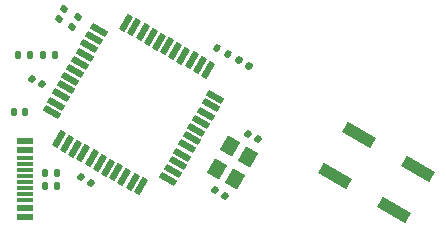
<source format=gtp>
G04 #@! TF.GenerationSoftware,KiCad,Pcbnew,(6.0.2-0)*
G04 #@! TF.CreationDate,2023-03-22T17:56:31-04:00*
G04 #@! TF.ProjectId,motor_board,6d6f746f-725f-4626-9f61-72642e6b6963,rev?*
G04 #@! TF.SameCoordinates,Original*
G04 #@! TF.FileFunction,Paste,Top*
G04 #@! TF.FilePolarity,Positive*
%FSLAX46Y46*%
G04 Gerber Fmt 4.6, Leading zero omitted, Abs format (unit mm)*
G04 Created by KiCad (PCBNEW (6.0.2-0)) date 2023-03-22 17:56:31*
%MOMM*%
%LPD*%
G01*
G04 APERTURE LIST*
G04 Aperture macros list*
%AMRoundRect*
0 Rectangle with rounded corners*
0 $1 Rounding radius*
0 $2 $3 $4 $5 $6 $7 $8 $9 X,Y pos of 4 corners*
0 Add a 4 corners polygon primitive as box body*
4,1,4,$2,$3,$4,$5,$6,$7,$8,$9,$2,$3,0*
0 Add four circle primitives for the rounded corners*
1,1,$1+$1,$2,$3*
1,1,$1+$1,$4,$5*
1,1,$1+$1,$6,$7*
1,1,$1+$1,$8,$9*
0 Add four rect primitives between the rounded corners*
20,1,$1+$1,$2,$3,$4,$5,0*
20,1,$1+$1,$4,$5,$6,$7,0*
20,1,$1+$1,$6,$7,$8,$9,0*
20,1,$1+$1,$8,$9,$2,$3,0*%
%AMRotRect*
0 Rectangle, with rotation*
0 The origin of the aperture is its center*
0 $1 length*
0 $2 width*
0 $3 Rotation angle, in degrees counterclockwise*
0 Add horizontal line*
21,1,$1,$2,0,0,$3*%
G04 Aperture macros list end*
%ADD10RoundRect,0.135000X0.209413X0.092715X-0.024413X0.227715X-0.209413X-0.092715X0.024413X-0.227715X0*%
%ADD11RoundRect,0.147500X-0.213989X-0.075639X0.041489X-0.223139X0.213989X0.075639X-0.041489X0.223139X0*%
%ADD12RoundRect,0.135000X-0.135000X-0.185000X0.135000X-0.185000X0.135000X0.185000X-0.135000X0.185000X0*%
%ADD13RotRect,1.500000X0.550000X60.000000*%
%ADD14RotRect,1.500000X0.550000X150.000000*%
%ADD15RoundRect,0.135000X0.135000X0.185000X-0.135000X0.185000X-0.135000X-0.185000X0.135000X-0.185000X0*%
%ADD16RoundRect,0.140000X-0.077224X0.206244X-0.217224X-0.036244X0.077224X-0.206244X0.217224X0.036244X0*%
%ADD17RotRect,1.400000X1.200000X240.000000*%
%ADD18RoundRect,0.147500X-0.147500X-0.172500X0.147500X-0.172500X0.147500X0.172500X-0.147500X0.172500X0*%
%ADD19RoundRect,0.140000X0.140000X0.170000X-0.140000X0.170000X-0.140000X-0.170000X0.140000X-0.170000X0*%
%ADD20R,1.450000X0.600000*%
%ADD21R,1.450000X0.300000*%
%ADD22RoundRect,0.140000X0.206244X0.077224X-0.036244X0.217224X-0.206244X-0.077224X0.036244X-0.217224X0*%
%ADD23RoundRect,0.140000X-0.206244X-0.077224X0.036244X-0.217224X0.206244X0.077224X-0.036244X0.217224X0*%
%ADD24RotRect,2.750000X1.000000X150.000000*%
G04 APERTURE END LIST*
D10*
X63741673Y-90185000D03*
X62858327Y-89675000D03*
D11*
X64669978Y-90697500D03*
X65510022Y-91182500D03*
D12*
X48220000Y-101360000D03*
X49240000Y-101360000D03*
D13*
X49435898Y-97366345D03*
X50128719Y-97766345D03*
X50821539Y-98166345D03*
X51514359Y-98566345D03*
X52207180Y-98966345D03*
X52900000Y-99366345D03*
X53592820Y-99766345D03*
X54285641Y-100166345D03*
X54978461Y-100566345D03*
X55671281Y-100966345D03*
X56364102Y-101366345D03*
D14*
X58686345Y-100744102D03*
X59086345Y-100051281D03*
X59486345Y-99358461D03*
X59886345Y-98665641D03*
X60286345Y-97972820D03*
X60686345Y-97280000D03*
X61086345Y-96587180D03*
X61486345Y-95894359D03*
X61886345Y-95201539D03*
X62286345Y-94508719D03*
X62686345Y-93815898D03*
D13*
X62064102Y-91493655D03*
X61371281Y-91093655D03*
X60678461Y-90693655D03*
X59985641Y-90293655D03*
X59292820Y-89893655D03*
X58600000Y-89493655D03*
X57907180Y-89093655D03*
X57214359Y-88693655D03*
X56521539Y-88293655D03*
X55828719Y-87893655D03*
X55135898Y-87493655D03*
D14*
X52813655Y-88115898D03*
X52413655Y-88808719D03*
X52013655Y-89501539D03*
X51613655Y-90194359D03*
X51213655Y-90887180D03*
X50813655Y-91580000D03*
X50413655Y-92272820D03*
X50013655Y-92965641D03*
X49613655Y-93658461D03*
X49213655Y-94351281D03*
X48813655Y-95044102D03*
D15*
X46980000Y-90270000D03*
X45960000Y-90270000D03*
D16*
X51040000Y-87044308D03*
X50560000Y-87875692D03*
D17*
X63963878Y-97982372D03*
X62863878Y-99887628D03*
X64336122Y-100737628D03*
X65436122Y-98832372D03*
D18*
X48105000Y-90270000D03*
X49075000Y-90270000D03*
D19*
X46590000Y-95050000D03*
X45630000Y-95050000D03*
D20*
X46560000Y-97515000D03*
X46560000Y-98290000D03*
D21*
X46560000Y-98990000D03*
X46560000Y-99490000D03*
X46560000Y-99990000D03*
X46560000Y-100490000D03*
X46560000Y-100990000D03*
X46560000Y-101490000D03*
X46560000Y-101990000D03*
X46560000Y-102490000D03*
D20*
X46560000Y-103190000D03*
X46560000Y-103965000D03*
D22*
X63515692Y-102170000D03*
X62684308Y-101690000D03*
D12*
X48220000Y-100240000D03*
X49240000Y-100240000D03*
D16*
X49900000Y-86354308D03*
X49420000Y-87185692D03*
D22*
X47995692Y-92730000D03*
X47164308Y-92250000D03*
X52135692Y-101070000D03*
X51304308Y-100590000D03*
D23*
X65464308Y-96890000D03*
X66295692Y-97370000D03*
D24*
X72845847Y-100492051D03*
X77834153Y-103372051D03*
X74845847Y-97027949D03*
X79834153Y-99907949D03*
M02*

</source>
